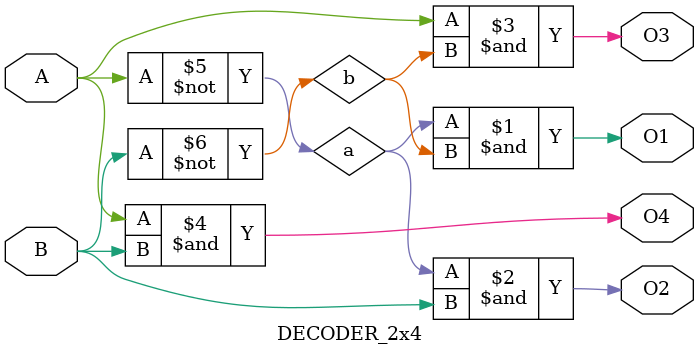
<source format=v>
`timescale 1ns / 1ps

// Author      : Venu Pabbuleti 
// ID          : N180116
//Branch       : ECE
//Project Name : RTL design using Verilog
//Design  Name : 2 TO 4 DECODER
//Module  Name : 2 TO 4 DECODER DESIGN MODULE
//RGUKT NUZVID 
//////////////////////////////////////////////////////////////////////////////////



module DECODER_2x4(A,B,O1,O2,O3,O4);
input A,B;
output O1,O2,O3,O4;

wire a,b;

not n1(a,A);
not n2(b,B);

and a1(O1,a,b);
and a2(O2,a,B);
and a3(O3,A,b);
and a4(O4,A,B);

endmodule

</source>
